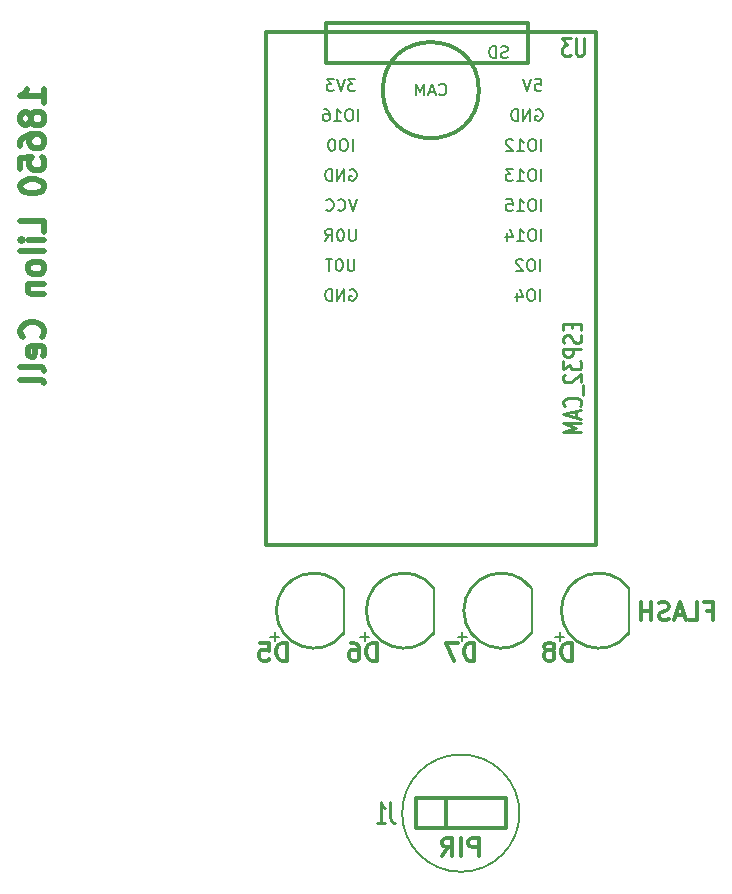
<source format=gbr>
G04 #@! TF.GenerationSoftware,KiCad,Pcbnew,(5.1.0)-1*
G04 #@! TF.CreationDate,2020-11-16T17:59:51+00:00*
G04 #@! TF.ProjectId,WildlifeCamera_PCB,57696c64-6c69-4666-9543-616d6572615f,rev?*
G04 #@! TF.SameCoordinates,PX5d42830PY7b89fa0*
G04 #@! TF.FileFunction,Legend,Bot*
G04 #@! TF.FilePolarity,Positive*
%FSLAX46Y46*%
G04 Gerber Fmt 4.6, Leading zero omitted, Abs format (unit mm)*
G04 Created by KiCad (PCBNEW (5.1.0)-1) date 2020-11-16 17:59:51*
%MOMM*%
%LPD*%
G04 APERTURE LIST*
%ADD10C,0.150000*%
%ADD11C,0.300000*%
%ADD12C,0.304800*%
%ADD13C,0.254000*%
%ADD14C,0.203200*%
%ADD15C,0.500000*%
%ADD16C,0.285750*%
%ADD17C,0.287020*%
%ADD18C,0.269240*%
G04 APERTURE END LIST*
D10*
X57672632Y7620000D02*
G75*
G03X57672632Y7620000I-4967632J0D01*
G01*
D11*
X54205000Y4020429D02*
X54205000Y5520429D01*
X53633571Y5520429D01*
X53490714Y5449000D01*
X53419285Y5377572D01*
X53347857Y5234715D01*
X53347857Y5020429D01*
X53419285Y4877572D01*
X53490714Y4806143D01*
X53633571Y4734715D01*
X54205000Y4734715D01*
X52705000Y4020429D02*
X52705000Y5520429D01*
X51133571Y4020429D02*
X51633571Y4734715D01*
X51990714Y4020429D02*
X51990714Y5520429D01*
X51419285Y5520429D01*
X51276428Y5449000D01*
X51205000Y5377572D01*
X51133571Y5234715D01*
X51133571Y5020429D01*
X51205000Y4877572D01*
X51276428Y4806143D01*
X51419285Y4734715D01*
X51990714Y4734715D01*
X73528714Y24745143D02*
X74028714Y24745143D01*
X74028714Y23959429D02*
X74028714Y25459429D01*
X73314428Y25459429D01*
X72028714Y23959429D02*
X72743000Y23959429D01*
X72743000Y25459429D01*
X71600142Y24388000D02*
X70885857Y24388000D01*
X71743000Y23959429D02*
X71243000Y25459429D01*
X70743000Y23959429D01*
X70314428Y24030858D02*
X70100142Y23959429D01*
X69743000Y23959429D01*
X69600142Y24030858D01*
X69528714Y24102286D01*
X69457285Y24245143D01*
X69457285Y24388000D01*
X69528714Y24530858D01*
X69600142Y24602286D01*
X69743000Y24673715D01*
X70028714Y24745143D01*
X70171571Y24816572D01*
X70243000Y24888000D01*
X70314428Y25030858D01*
X70314428Y25173715D01*
X70243000Y25316572D01*
X70171571Y25388000D01*
X70028714Y25459429D01*
X69671571Y25459429D01*
X69457285Y25388000D01*
X68814428Y23959429D02*
X68814428Y25459429D01*
X68814428Y24745143D02*
X67957285Y24745143D01*
X67957285Y23959429D02*
X67957285Y25459429D01*
X54230984Y68834000D02*
G75*
G03X54230984Y68834000I-4065984J0D01*
G01*
X58420000Y74549000D02*
X58420000Y71120000D01*
X41275000Y74549000D02*
X58420000Y74549000D01*
X41275000Y71120000D02*
X41275000Y74549000D01*
X58420000Y71120000D02*
X41275000Y71120000D01*
X64135000Y30353000D02*
X64135000Y30861000D01*
X36195000Y30353000D02*
X36195000Y31115000D01*
X64135000Y30353000D02*
X36195000Y30353000D01*
X36195000Y73787000D02*
X36195000Y30480000D01*
X64135000Y73787000D02*
X64135000Y30607000D01*
X64135000Y73787000D02*
X36195000Y73787000D01*
D12*
X48895000Y8890000D02*
X48895000Y6350000D01*
X48895000Y6350000D02*
X56515000Y6350000D01*
X56515000Y6350000D02*
X56515000Y8890000D01*
X56515000Y8890000D02*
X48895000Y8890000D01*
X51435000Y6350000D02*
X51435000Y8890000D01*
D13*
X42796997Y22857332D02*
G75*
G02X42799000Y26670000I-2537997J1907668D01*
G01*
D14*
X42849800Y26670000D02*
X42849800Y22860000D01*
X50469800Y26670000D02*
X50469800Y22860000D01*
D13*
X50416997Y22857332D02*
G75*
G02X50419000Y26670000I-2537997J1907668D01*
G01*
X58671997Y22857332D02*
G75*
G02X58674000Y26670000I-2537997J1907668D01*
G01*
D14*
X58724800Y26670000D02*
X58724800Y22860000D01*
X66979800Y26670000D02*
X66979800Y22860000D01*
D13*
X66926997Y22857332D02*
G75*
G02X66929000Y26670000I-2537997J1907668D01*
G01*
D15*
X17414761Y67753096D02*
X17414761Y68895953D01*
X17414761Y68324524D02*
X15414761Y68324524D01*
X15700476Y68515000D01*
X15890952Y68705477D01*
X15986190Y68895953D01*
X16271904Y66610239D02*
X16176666Y66800715D01*
X16081428Y66895953D01*
X15890952Y66991191D01*
X15795714Y66991191D01*
X15605238Y66895953D01*
X15510000Y66800715D01*
X15414761Y66610239D01*
X15414761Y66229286D01*
X15510000Y66038810D01*
X15605238Y65943572D01*
X15795714Y65848334D01*
X15890952Y65848334D01*
X16081428Y65943572D01*
X16176666Y66038810D01*
X16271904Y66229286D01*
X16271904Y66610239D01*
X16367142Y66800715D01*
X16462380Y66895953D01*
X16652857Y66991191D01*
X17033809Y66991191D01*
X17224285Y66895953D01*
X17319523Y66800715D01*
X17414761Y66610239D01*
X17414761Y66229286D01*
X17319523Y66038810D01*
X17224285Y65943572D01*
X17033809Y65848334D01*
X16652857Y65848334D01*
X16462380Y65943572D01*
X16367142Y66038810D01*
X16271904Y66229286D01*
X15414761Y64134048D02*
X15414761Y64515000D01*
X15510000Y64705477D01*
X15605238Y64800715D01*
X15890952Y64991191D01*
X16271904Y65086429D01*
X17033809Y65086429D01*
X17224285Y64991191D01*
X17319523Y64895953D01*
X17414761Y64705477D01*
X17414761Y64324524D01*
X17319523Y64134048D01*
X17224285Y64038810D01*
X17033809Y63943572D01*
X16557619Y63943572D01*
X16367142Y64038810D01*
X16271904Y64134048D01*
X16176666Y64324524D01*
X16176666Y64705477D01*
X16271904Y64895953D01*
X16367142Y64991191D01*
X16557619Y65086429D01*
X15414761Y62134048D02*
X15414761Y63086429D01*
X16367142Y63181667D01*
X16271904Y63086429D01*
X16176666Y62895953D01*
X16176666Y62419762D01*
X16271904Y62229286D01*
X16367142Y62134048D01*
X16557619Y62038810D01*
X17033809Y62038810D01*
X17224285Y62134048D01*
X17319523Y62229286D01*
X17414761Y62419762D01*
X17414761Y62895953D01*
X17319523Y63086429D01*
X17224285Y63181667D01*
X15414761Y60800715D02*
X15414761Y60610239D01*
X15510000Y60419762D01*
X15605238Y60324524D01*
X15795714Y60229286D01*
X16176666Y60134048D01*
X16652857Y60134048D01*
X17033809Y60229286D01*
X17224285Y60324524D01*
X17319523Y60419762D01*
X17414761Y60610239D01*
X17414761Y60800715D01*
X17319523Y60991191D01*
X17224285Y61086429D01*
X17033809Y61181667D01*
X16652857Y61276905D01*
X16176666Y61276905D01*
X15795714Y61181667D01*
X15605238Y61086429D01*
X15510000Y60991191D01*
X15414761Y60800715D01*
X17414761Y56800715D02*
X17414761Y57753096D01*
X15414761Y57753096D01*
X17414761Y56134048D02*
X16081428Y56134048D01*
X15414761Y56134048D02*
X15510000Y56229286D01*
X15605238Y56134048D01*
X15510000Y56038810D01*
X15414761Y56134048D01*
X15605238Y56134048D01*
X17414761Y55181667D02*
X15414761Y55181667D01*
X17414761Y53943572D02*
X17319523Y54134048D01*
X17224285Y54229286D01*
X17033809Y54324524D01*
X16462380Y54324524D01*
X16271904Y54229286D01*
X16176666Y54134048D01*
X16081428Y53943572D01*
X16081428Y53657858D01*
X16176666Y53467381D01*
X16271904Y53372143D01*
X16462380Y53276905D01*
X17033809Y53276905D01*
X17224285Y53372143D01*
X17319523Y53467381D01*
X17414761Y53657858D01*
X17414761Y53943572D01*
X16081428Y52419762D02*
X17414761Y52419762D01*
X16271904Y52419762D02*
X16176666Y52324524D01*
X16081428Y52134048D01*
X16081428Y51848334D01*
X16176666Y51657858D01*
X16367142Y51562620D01*
X17414761Y51562620D01*
X17224285Y47943572D02*
X17319523Y48038810D01*
X17414761Y48324524D01*
X17414761Y48515001D01*
X17319523Y48800715D01*
X17129047Y48991191D01*
X16938571Y49086429D01*
X16557619Y49181667D01*
X16271904Y49181667D01*
X15890952Y49086429D01*
X15700476Y48991191D01*
X15510000Y48800715D01*
X15414761Y48515001D01*
X15414761Y48324524D01*
X15510000Y48038810D01*
X15605238Y47943572D01*
X17319523Y46324524D02*
X17414761Y46515001D01*
X17414761Y46895953D01*
X17319523Y47086429D01*
X17129047Y47181667D01*
X16367142Y47181667D01*
X16176666Y47086429D01*
X16081428Y46895953D01*
X16081428Y46515001D01*
X16176666Y46324524D01*
X16367142Y46229286D01*
X16557619Y46229286D01*
X16748095Y47181667D01*
X17414761Y45086429D02*
X17319523Y45276905D01*
X17129047Y45372143D01*
X15414761Y45372143D01*
X17414761Y44038810D02*
X17319523Y44229286D01*
X17129047Y44324524D01*
X15414761Y44324524D01*
D16*
X63100857Y73224572D02*
X63100857Y71990858D01*
X63046428Y71845715D01*
X62992000Y71773143D01*
X62883142Y71700572D01*
X62665428Y71700572D01*
X62556571Y71773143D01*
X62502142Y71845715D01*
X62447714Y71990858D01*
X62447714Y73224572D01*
X62012285Y73224572D02*
X61304714Y73224572D01*
X61685714Y72644000D01*
X61522428Y72644000D01*
X61413571Y72571429D01*
X61359142Y72498858D01*
X61304714Y72353715D01*
X61304714Y71990858D01*
X61359142Y71845715D01*
X61413571Y71773143D01*
X61522428Y71700572D01*
X61849000Y71700572D01*
X61957857Y71773143D01*
X62012285Y71845715D01*
D17*
D16*
X62121142Y49049215D02*
X62121142Y48668215D01*
X62919428Y48504929D02*
X62919428Y49049215D01*
X61395428Y49049215D01*
X61395428Y48504929D01*
X62846857Y48069500D02*
X62919428Y47906215D01*
X62919428Y47634072D01*
X62846857Y47525215D01*
X62774285Y47470786D01*
X62629142Y47416358D01*
X62484000Y47416358D01*
X62338857Y47470786D01*
X62266285Y47525215D01*
X62193714Y47634072D01*
X62121142Y47851786D01*
X62048571Y47960643D01*
X61976000Y48015072D01*
X61830857Y48069500D01*
X61685714Y48069500D01*
X61540571Y48015072D01*
X61468000Y47960643D01*
X61395428Y47851786D01*
X61395428Y47579643D01*
X61468000Y47416358D01*
X62919428Y46926500D02*
X61395428Y46926500D01*
X61395428Y46491072D01*
X61468000Y46382215D01*
X61540571Y46327786D01*
X61685714Y46273358D01*
X61903428Y46273358D01*
X62048571Y46327786D01*
X62121142Y46382215D01*
X62193714Y46491072D01*
X62193714Y46926500D01*
X61395428Y45892358D02*
X61395428Y45184786D01*
X61976000Y45565786D01*
X61976000Y45402500D01*
X62048571Y45293643D01*
X62121142Y45239215D01*
X62266285Y45184786D01*
X62629142Y45184786D01*
X62774285Y45239215D01*
X62846857Y45293643D01*
X62919428Y45402500D01*
X62919428Y45729072D01*
X62846857Y45837929D01*
X62774285Y45892358D01*
X61540571Y44749358D02*
X61468000Y44694929D01*
X61395428Y44586072D01*
X61395428Y44313929D01*
X61468000Y44205072D01*
X61540571Y44150643D01*
X61685714Y44096215D01*
X61830857Y44096215D01*
X62048571Y44150643D01*
X62919428Y44803786D01*
X62919428Y44096215D01*
X63064571Y43878500D02*
X63064571Y43007643D01*
X62774285Y42082358D02*
X62846857Y42136786D01*
X62919428Y42300072D01*
X62919428Y42408929D01*
X62846857Y42572215D01*
X62701714Y42681072D01*
X62556571Y42735500D01*
X62266285Y42789929D01*
X62048571Y42789929D01*
X61758285Y42735500D01*
X61613142Y42681072D01*
X61468000Y42572215D01*
X61395428Y42408929D01*
X61395428Y42300072D01*
X61468000Y42136786D01*
X61540571Y42082358D01*
X62484000Y41646929D02*
X62484000Y41102643D01*
X62919428Y41755786D02*
X61395428Y41374786D01*
X62919428Y40993786D01*
X62919428Y40612786D02*
X61395428Y40612786D01*
X62484000Y40231786D01*
X61395428Y39850786D01*
X62919428Y39850786D01*
D10*
X56665714Y71604239D02*
X56522857Y71556620D01*
X56284761Y71556620D01*
X56189523Y71604239D01*
X56141904Y71651858D01*
X56094285Y71747096D01*
X56094285Y71842334D01*
X56141904Y71937572D01*
X56189523Y71985191D01*
X56284761Y72032810D01*
X56475238Y72080429D01*
X56570476Y72128048D01*
X56618095Y72175667D01*
X56665714Y72270905D01*
X56665714Y72366143D01*
X56618095Y72461381D01*
X56570476Y72509000D01*
X56475238Y72556620D01*
X56237142Y72556620D01*
X56094285Y72509000D01*
X55665714Y71556620D02*
X55665714Y72556620D01*
X55427619Y72556620D01*
X55284761Y72509000D01*
X55189523Y72413762D01*
X55141904Y72318524D01*
X55094285Y72128048D01*
X55094285Y71985191D01*
X55141904Y71794715D01*
X55189523Y71699477D01*
X55284761Y71604239D01*
X55427619Y71556620D01*
X55665714Y71556620D01*
X50855476Y68476858D02*
X50903095Y68429239D01*
X51045952Y68381620D01*
X51141190Y68381620D01*
X51284047Y68429239D01*
X51379285Y68524477D01*
X51426904Y68619715D01*
X51474523Y68810191D01*
X51474523Y68953048D01*
X51426904Y69143524D01*
X51379285Y69238762D01*
X51284047Y69334000D01*
X51141190Y69381620D01*
X51045952Y69381620D01*
X50903095Y69334000D01*
X50855476Y69286381D01*
X50474523Y68667334D02*
X49998333Y68667334D01*
X50569761Y68381620D02*
X50236428Y69381620D01*
X49903095Y68381620D01*
X49569761Y68381620D02*
X49569761Y69381620D01*
X49236428Y68667334D01*
X48903095Y69381620D01*
X48903095Y68381620D01*
X43783095Y69762620D02*
X43164047Y69762620D01*
X43497380Y69381667D01*
X43354523Y69381667D01*
X43259285Y69334048D01*
X43211666Y69286429D01*
X43164047Y69191191D01*
X43164047Y68953096D01*
X43211666Y68857858D01*
X43259285Y68810239D01*
X43354523Y68762620D01*
X43640238Y68762620D01*
X43735476Y68810239D01*
X43783095Y68857858D01*
X42878333Y69762620D02*
X42545000Y68762620D01*
X42211666Y69762620D01*
X41973571Y69762620D02*
X41354523Y69762620D01*
X41687857Y69381667D01*
X41545000Y69381667D01*
X41449761Y69334048D01*
X41402142Y69286429D01*
X41354523Y69191191D01*
X41354523Y68953096D01*
X41402142Y68857858D01*
X41449761Y68810239D01*
X41545000Y68762620D01*
X41830714Y68762620D01*
X41925952Y68810239D01*
X41973571Y68857858D01*
X44021190Y66222620D02*
X44021190Y67222620D01*
X43354523Y67222620D02*
X43164047Y67222620D01*
X43068809Y67175000D01*
X42973571Y67079762D01*
X42925952Y66889286D01*
X42925952Y66555953D01*
X42973571Y66365477D01*
X43068809Y66270239D01*
X43164047Y66222620D01*
X43354523Y66222620D01*
X43449761Y66270239D01*
X43545000Y66365477D01*
X43592619Y66555953D01*
X43592619Y66889286D01*
X43545000Y67079762D01*
X43449761Y67175000D01*
X43354523Y67222620D01*
X41973571Y66222620D02*
X42545000Y66222620D01*
X42259285Y66222620D02*
X42259285Y67222620D01*
X42354523Y67079762D01*
X42449761Y66984524D01*
X42545000Y66936905D01*
X41116428Y67222620D02*
X41306904Y67222620D01*
X41402142Y67175000D01*
X41449761Y67127381D01*
X41545000Y66984524D01*
X41592619Y66794048D01*
X41592619Y66413096D01*
X41545000Y66317858D01*
X41497380Y66270239D01*
X41402142Y66222620D01*
X41211666Y66222620D01*
X41116428Y66270239D01*
X41068809Y66317858D01*
X41021190Y66413096D01*
X41021190Y66651191D01*
X41068809Y66746429D01*
X41116428Y66794048D01*
X41211666Y66841667D01*
X41402142Y66841667D01*
X41497380Y66794048D01*
X41545000Y66746429D01*
X41592619Y66651191D01*
X43545000Y63682620D02*
X43545000Y64682620D01*
X42878333Y64682620D02*
X42687857Y64682620D01*
X42592619Y64635000D01*
X42497380Y64539762D01*
X42449761Y64349286D01*
X42449761Y64015953D01*
X42497380Y63825477D01*
X42592619Y63730239D01*
X42687857Y63682620D01*
X42878333Y63682620D01*
X42973571Y63730239D01*
X43068809Y63825477D01*
X43116428Y64015953D01*
X43116428Y64349286D01*
X43068809Y64539762D01*
X42973571Y64635000D01*
X42878333Y64682620D01*
X41830714Y64682620D02*
X41735476Y64682620D01*
X41640238Y64635000D01*
X41592619Y64587381D01*
X41545000Y64492143D01*
X41497380Y64301667D01*
X41497380Y64063572D01*
X41545000Y63873096D01*
X41592619Y63777858D01*
X41640238Y63730239D01*
X41735476Y63682620D01*
X41830714Y63682620D01*
X41925952Y63730239D01*
X41973571Y63777858D01*
X42021190Y63873096D01*
X42068809Y64063572D01*
X42068809Y64301667D01*
X42021190Y64492143D01*
X41973571Y64587381D01*
X41925952Y64635000D01*
X41830714Y64682620D01*
X43306904Y62095000D02*
X43402142Y62142620D01*
X43545000Y62142620D01*
X43687857Y62095000D01*
X43783095Y61999762D01*
X43830714Y61904524D01*
X43878333Y61714048D01*
X43878333Y61571191D01*
X43830714Y61380715D01*
X43783095Y61285477D01*
X43687857Y61190239D01*
X43545000Y61142620D01*
X43449761Y61142620D01*
X43306904Y61190239D01*
X43259285Y61237858D01*
X43259285Y61571191D01*
X43449761Y61571191D01*
X42830714Y61142620D02*
X42830714Y62142620D01*
X42259285Y61142620D01*
X42259285Y62142620D01*
X41783095Y61142620D02*
X41783095Y62142620D01*
X41545000Y62142620D01*
X41402142Y62095000D01*
X41306904Y61999762D01*
X41259285Y61904524D01*
X41211666Y61714048D01*
X41211666Y61571191D01*
X41259285Y61380715D01*
X41306904Y61285477D01*
X41402142Y61190239D01*
X41545000Y61142620D01*
X41783095Y61142620D01*
X43878333Y59602620D02*
X43545000Y58602620D01*
X43211666Y59602620D01*
X42306904Y58697858D02*
X42354523Y58650239D01*
X42497380Y58602620D01*
X42592619Y58602620D01*
X42735476Y58650239D01*
X42830714Y58745477D01*
X42878333Y58840715D01*
X42925952Y59031191D01*
X42925952Y59174048D01*
X42878333Y59364524D01*
X42830714Y59459762D01*
X42735476Y59555000D01*
X42592619Y59602620D01*
X42497380Y59602620D01*
X42354523Y59555000D01*
X42306904Y59507381D01*
X41306904Y58697858D02*
X41354523Y58650239D01*
X41497380Y58602620D01*
X41592619Y58602620D01*
X41735476Y58650239D01*
X41830714Y58745477D01*
X41878333Y58840715D01*
X41925952Y59031191D01*
X41925952Y59174048D01*
X41878333Y59364524D01*
X41830714Y59459762D01*
X41735476Y59555000D01*
X41592619Y59602620D01*
X41497380Y59602620D01*
X41354523Y59555000D01*
X41306904Y59507381D01*
X43806904Y57062620D02*
X43806904Y56253096D01*
X43759285Y56157858D01*
X43711666Y56110239D01*
X43616428Y56062620D01*
X43425952Y56062620D01*
X43330714Y56110239D01*
X43283095Y56157858D01*
X43235476Y56253096D01*
X43235476Y57062620D01*
X42568809Y57062620D02*
X42473571Y57062620D01*
X42378333Y57015000D01*
X42330714Y56967381D01*
X42283095Y56872143D01*
X42235476Y56681667D01*
X42235476Y56443572D01*
X42283095Y56253096D01*
X42330714Y56157858D01*
X42378333Y56110239D01*
X42473571Y56062620D01*
X42568809Y56062620D01*
X42664047Y56110239D01*
X42711666Y56157858D01*
X42759285Y56253096D01*
X42806904Y56443572D01*
X42806904Y56681667D01*
X42759285Y56872143D01*
X42711666Y56967381D01*
X42664047Y57015000D01*
X42568809Y57062620D01*
X41235476Y56062620D02*
X41568809Y56538810D01*
X41806904Y56062620D02*
X41806904Y57062620D01*
X41425952Y57062620D01*
X41330714Y57015000D01*
X41283095Y56967381D01*
X41235476Y56872143D01*
X41235476Y56729286D01*
X41283095Y56634048D01*
X41330714Y56586429D01*
X41425952Y56538810D01*
X41806904Y56538810D01*
X43687857Y54522620D02*
X43687857Y53713096D01*
X43640238Y53617858D01*
X43592619Y53570239D01*
X43497380Y53522620D01*
X43306904Y53522620D01*
X43211666Y53570239D01*
X43164047Y53617858D01*
X43116428Y53713096D01*
X43116428Y54522620D01*
X42449761Y54522620D02*
X42354523Y54522620D01*
X42259285Y54475000D01*
X42211666Y54427381D01*
X42164047Y54332143D01*
X42116428Y54141667D01*
X42116428Y53903572D01*
X42164047Y53713096D01*
X42211666Y53617858D01*
X42259285Y53570239D01*
X42354523Y53522620D01*
X42449761Y53522620D01*
X42545000Y53570239D01*
X42592619Y53617858D01*
X42640238Y53713096D01*
X42687857Y53903572D01*
X42687857Y54141667D01*
X42640238Y54332143D01*
X42592619Y54427381D01*
X42545000Y54475000D01*
X42449761Y54522620D01*
X41830714Y54522620D02*
X41259285Y54522620D01*
X41545000Y53522620D02*
X41545000Y54522620D01*
X43306904Y51935000D02*
X43402142Y51982620D01*
X43545000Y51982620D01*
X43687857Y51935000D01*
X43783095Y51839762D01*
X43830714Y51744524D01*
X43878333Y51554048D01*
X43878333Y51411191D01*
X43830714Y51220715D01*
X43783095Y51125477D01*
X43687857Y51030239D01*
X43545000Y50982620D01*
X43449761Y50982620D01*
X43306904Y51030239D01*
X43259285Y51077858D01*
X43259285Y51411191D01*
X43449761Y51411191D01*
X42830714Y50982620D02*
X42830714Y51982620D01*
X42259285Y50982620D01*
X42259285Y51982620D01*
X41783095Y50982620D02*
X41783095Y51982620D01*
X41545000Y51982620D01*
X41402142Y51935000D01*
X41306904Y51839762D01*
X41259285Y51744524D01*
X41211666Y51554048D01*
X41211666Y51411191D01*
X41259285Y51220715D01*
X41306904Y51125477D01*
X41402142Y51030239D01*
X41545000Y50982620D01*
X41783095Y50982620D01*
X59420000Y50982620D02*
X59420000Y51982620D01*
X58753333Y51982620D02*
X58562857Y51982620D01*
X58467619Y51935000D01*
X58372380Y51839762D01*
X58324761Y51649286D01*
X58324761Y51315953D01*
X58372380Y51125477D01*
X58467619Y51030239D01*
X58562857Y50982620D01*
X58753333Y50982620D01*
X58848571Y51030239D01*
X58943809Y51125477D01*
X58991428Y51315953D01*
X58991428Y51649286D01*
X58943809Y51839762D01*
X58848571Y51935000D01*
X58753333Y51982620D01*
X57467619Y51649286D02*
X57467619Y50982620D01*
X57705714Y52030239D02*
X57943809Y51315953D01*
X57324761Y51315953D01*
X59420000Y53522620D02*
X59420000Y54522620D01*
X58753333Y54522620D02*
X58562857Y54522620D01*
X58467619Y54475000D01*
X58372380Y54379762D01*
X58324761Y54189286D01*
X58324761Y53855953D01*
X58372380Y53665477D01*
X58467619Y53570239D01*
X58562857Y53522620D01*
X58753333Y53522620D01*
X58848571Y53570239D01*
X58943809Y53665477D01*
X58991428Y53855953D01*
X58991428Y54189286D01*
X58943809Y54379762D01*
X58848571Y54475000D01*
X58753333Y54522620D01*
X57943809Y54427381D02*
X57896190Y54475000D01*
X57800952Y54522620D01*
X57562857Y54522620D01*
X57467619Y54475000D01*
X57420000Y54427381D01*
X57372380Y54332143D01*
X57372380Y54236905D01*
X57420000Y54094048D01*
X57991428Y53522620D01*
X57372380Y53522620D01*
X59515190Y56062620D02*
X59515190Y57062620D01*
X58848523Y57062620D02*
X58658047Y57062620D01*
X58562809Y57015000D01*
X58467571Y56919762D01*
X58419952Y56729286D01*
X58419952Y56395953D01*
X58467571Y56205477D01*
X58562809Y56110239D01*
X58658047Y56062620D01*
X58848523Y56062620D01*
X58943761Y56110239D01*
X59039000Y56205477D01*
X59086619Y56395953D01*
X59086619Y56729286D01*
X59039000Y56919762D01*
X58943761Y57015000D01*
X58848523Y57062620D01*
X57467571Y56062620D02*
X58039000Y56062620D01*
X57753285Y56062620D02*
X57753285Y57062620D01*
X57848523Y56919762D01*
X57943761Y56824524D01*
X58039000Y56776905D01*
X56610428Y56729286D02*
X56610428Y56062620D01*
X56848523Y57110239D02*
X57086619Y56395953D01*
X56467571Y56395953D01*
X59515190Y58602620D02*
X59515190Y59602620D01*
X58848523Y59602620D02*
X58658047Y59602620D01*
X58562809Y59555000D01*
X58467571Y59459762D01*
X58419952Y59269286D01*
X58419952Y58935953D01*
X58467571Y58745477D01*
X58562809Y58650239D01*
X58658047Y58602620D01*
X58848523Y58602620D01*
X58943761Y58650239D01*
X59039000Y58745477D01*
X59086619Y58935953D01*
X59086619Y59269286D01*
X59039000Y59459762D01*
X58943761Y59555000D01*
X58848523Y59602620D01*
X57467571Y58602620D02*
X58039000Y58602620D01*
X57753285Y58602620D02*
X57753285Y59602620D01*
X57848523Y59459762D01*
X57943761Y59364524D01*
X58039000Y59316905D01*
X56562809Y59602620D02*
X57039000Y59602620D01*
X57086619Y59126429D01*
X57039000Y59174048D01*
X56943761Y59221667D01*
X56705666Y59221667D01*
X56610428Y59174048D01*
X56562809Y59126429D01*
X56515190Y59031191D01*
X56515190Y58793096D01*
X56562809Y58697858D01*
X56610428Y58650239D01*
X56705666Y58602620D01*
X56943761Y58602620D01*
X57039000Y58650239D01*
X57086619Y58697858D01*
X59515190Y61142620D02*
X59515190Y62142620D01*
X58848523Y62142620D02*
X58658047Y62142620D01*
X58562809Y62095000D01*
X58467571Y61999762D01*
X58419952Y61809286D01*
X58419952Y61475953D01*
X58467571Y61285477D01*
X58562809Y61190239D01*
X58658047Y61142620D01*
X58848523Y61142620D01*
X58943761Y61190239D01*
X59039000Y61285477D01*
X59086619Y61475953D01*
X59086619Y61809286D01*
X59039000Y61999762D01*
X58943761Y62095000D01*
X58848523Y62142620D01*
X57467571Y61142620D02*
X58039000Y61142620D01*
X57753285Y61142620D02*
X57753285Y62142620D01*
X57848523Y61999762D01*
X57943761Y61904524D01*
X58039000Y61856905D01*
X57134238Y62142620D02*
X56515190Y62142620D01*
X56848523Y61761667D01*
X56705666Y61761667D01*
X56610428Y61714048D01*
X56562809Y61666429D01*
X56515190Y61571191D01*
X56515190Y61333096D01*
X56562809Y61237858D01*
X56610428Y61190239D01*
X56705666Y61142620D01*
X56991380Y61142620D01*
X57086619Y61190239D01*
X57134238Y61237858D01*
X59515190Y63682620D02*
X59515190Y64682620D01*
X58848523Y64682620D02*
X58658047Y64682620D01*
X58562809Y64635000D01*
X58467571Y64539762D01*
X58419952Y64349286D01*
X58419952Y64015953D01*
X58467571Y63825477D01*
X58562809Y63730239D01*
X58658047Y63682620D01*
X58848523Y63682620D01*
X58943761Y63730239D01*
X59039000Y63825477D01*
X59086619Y64015953D01*
X59086619Y64349286D01*
X59039000Y64539762D01*
X58943761Y64635000D01*
X58848523Y64682620D01*
X57467571Y63682620D02*
X58039000Y63682620D01*
X57753285Y63682620D02*
X57753285Y64682620D01*
X57848523Y64539762D01*
X57943761Y64444524D01*
X58039000Y64396905D01*
X57086619Y64587381D02*
X57039000Y64635000D01*
X56943761Y64682620D01*
X56705666Y64682620D01*
X56610428Y64635000D01*
X56562809Y64587381D01*
X56515190Y64492143D01*
X56515190Y64396905D01*
X56562809Y64254048D01*
X57134238Y63682620D01*
X56515190Y63682620D01*
X59054904Y67175000D02*
X59150142Y67222620D01*
X59293000Y67222620D01*
X59435857Y67175000D01*
X59531095Y67079762D01*
X59578714Y66984524D01*
X59626333Y66794048D01*
X59626333Y66651191D01*
X59578714Y66460715D01*
X59531095Y66365477D01*
X59435857Y66270239D01*
X59293000Y66222620D01*
X59197761Y66222620D01*
X59054904Y66270239D01*
X59007285Y66317858D01*
X59007285Y66651191D01*
X59197761Y66651191D01*
X58578714Y66222620D02*
X58578714Y67222620D01*
X58007285Y66222620D01*
X58007285Y67222620D01*
X57531095Y66222620D02*
X57531095Y67222620D01*
X57293000Y67222620D01*
X57150142Y67175000D01*
X57054904Y67079762D01*
X57007285Y66984524D01*
X56959666Y66794048D01*
X56959666Y66651191D01*
X57007285Y66460715D01*
X57054904Y66365477D01*
X57150142Y66270239D01*
X57293000Y66222620D01*
X57531095Y66222620D01*
X58991476Y69762620D02*
X59467666Y69762620D01*
X59515285Y69286429D01*
X59467666Y69334048D01*
X59372428Y69381667D01*
X59134333Y69381667D01*
X59039095Y69334048D01*
X58991476Y69286429D01*
X58943857Y69191191D01*
X58943857Y68953096D01*
X58991476Y68857858D01*
X59039095Y68810239D01*
X59134333Y68762620D01*
X59372428Y68762620D01*
X59467666Y68810239D01*
X59515285Y68857858D01*
X58658142Y69762620D02*
X58324809Y68762620D01*
X57991476Y69762620D01*
D18*
X46713986Y8600622D02*
X46713986Y7321550D01*
X46765270Y7065736D01*
X46867838Y6895193D01*
X47021689Y6809922D01*
X47124257Y6809922D01*
X45637026Y6809922D02*
X46252432Y6809922D01*
X45944729Y6809922D02*
X45944729Y8600622D01*
X46047297Y8344808D01*
X46149864Y8174265D01*
X46252432Y8088993D01*
D12*
X37954857Y20519572D02*
X37954857Y22043572D01*
X37592000Y22043572D01*
X37374285Y21971000D01*
X37229142Y21825858D01*
X37156571Y21680715D01*
X37084000Y21390429D01*
X37084000Y21172715D01*
X37156571Y20882429D01*
X37229142Y20737286D01*
X37374285Y20592143D01*
X37592000Y20519572D01*
X37954857Y20519572D01*
X35705142Y22043572D02*
X36430857Y22043572D01*
X36503428Y21317858D01*
X36430857Y21390429D01*
X36285714Y21463000D01*
X35922857Y21463000D01*
X35777714Y21390429D01*
X35705142Y21317858D01*
X35632571Y21172715D01*
X35632571Y20809858D01*
X35705142Y20664715D01*
X35777714Y20592143D01*
X35922857Y20519572D01*
X36285714Y20519572D01*
X36430857Y20592143D01*
X36503428Y20664715D01*
D10*
X37337952Y22534572D02*
X36576047Y22534572D01*
X36957000Y22153620D02*
X36957000Y22915524D01*
D12*
X45574857Y20519572D02*
X45574857Y22043572D01*
X45212000Y22043572D01*
X44994285Y21971000D01*
X44849142Y21825858D01*
X44776571Y21680715D01*
X44704000Y21390429D01*
X44704000Y21172715D01*
X44776571Y20882429D01*
X44849142Y20737286D01*
X44994285Y20592143D01*
X45212000Y20519572D01*
X45574857Y20519572D01*
X43397714Y22043572D02*
X43688000Y22043572D01*
X43833142Y21971000D01*
X43905714Y21898429D01*
X44050857Y21680715D01*
X44123428Y21390429D01*
X44123428Y20809858D01*
X44050857Y20664715D01*
X43978285Y20592143D01*
X43833142Y20519572D01*
X43542857Y20519572D01*
X43397714Y20592143D01*
X43325142Y20664715D01*
X43252571Y20809858D01*
X43252571Y21172715D01*
X43325142Y21317858D01*
X43397714Y21390429D01*
X43542857Y21463000D01*
X43833142Y21463000D01*
X43978285Y21390429D01*
X44050857Y21317858D01*
X44123428Y21172715D01*
D10*
X44957952Y22534572D02*
X44196047Y22534572D01*
X44577000Y22153620D02*
X44577000Y22915524D01*
D12*
X53829857Y20519572D02*
X53829857Y22043572D01*
X53467000Y22043572D01*
X53249285Y21971000D01*
X53104142Y21825858D01*
X53031571Y21680715D01*
X52959000Y21390429D01*
X52959000Y21172715D01*
X53031571Y20882429D01*
X53104142Y20737286D01*
X53249285Y20592143D01*
X53467000Y20519572D01*
X53829857Y20519572D01*
X52451000Y22043572D02*
X51435000Y22043572D01*
X52088142Y20519572D01*
D10*
X53212952Y22534572D02*
X52451047Y22534572D01*
X52832000Y22153620D02*
X52832000Y22915524D01*
D12*
X62084857Y20519572D02*
X62084857Y22043572D01*
X61722000Y22043572D01*
X61504285Y21971000D01*
X61359142Y21825858D01*
X61286571Y21680715D01*
X61214000Y21390429D01*
X61214000Y21172715D01*
X61286571Y20882429D01*
X61359142Y20737286D01*
X61504285Y20592143D01*
X61722000Y20519572D01*
X62084857Y20519572D01*
X60343142Y21390429D02*
X60488285Y21463000D01*
X60560857Y21535572D01*
X60633428Y21680715D01*
X60633428Y21753286D01*
X60560857Y21898429D01*
X60488285Y21971000D01*
X60343142Y22043572D01*
X60052857Y22043572D01*
X59907714Y21971000D01*
X59835142Y21898429D01*
X59762571Y21753286D01*
X59762571Y21680715D01*
X59835142Y21535572D01*
X59907714Y21463000D01*
X60052857Y21390429D01*
X60343142Y21390429D01*
X60488285Y21317858D01*
X60560857Y21245286D01*
X60633428Y21100143D01*
X60633428Y20809858D01*
X60560857Y20664715D01*
X60488285Y20592143D01*
X60343142Y20519572D01*
X60052857Y20519572D01*
X59907714Y20592143D01*
X59835142Y20664715D01*
X59762571Y20809858D01*
X59762571Y21100143D01*
X59835142Y21245286D01*
X59907714Y21317858D01*
X60052857Y21390429D01*
D10*
X61467952Y22534572D02*
X60706047Y22534572D01*
X61087000Y22153620D02*
X61087000Y22915524D01*
M02*

</source>
